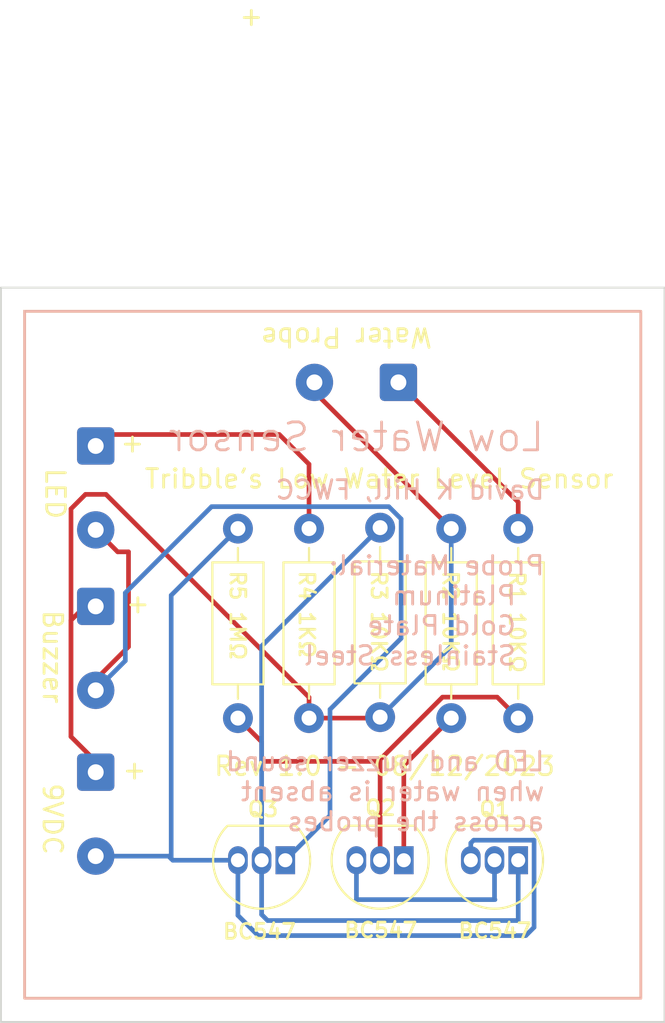
<source format=kicad_pcb>
(kicad_pcb (version 20221018) (generator pcbnew)
  (layers (0 "F.Cu" signal) (31 "B.Cu" signal) (34 "B.Paste" user) (35 "F.Paste" user) (36 "B.SilkS" user "B.Silkscreen") (37 "F.SilkS" user "F.Silkscreen") (38 "B.Mask" user) (39 "F.Mask" user) (44 "Edge.Cuts" user))
  (net 0 "")
  (net 1 "Net-(J1-Pin_1)")
  (net 2 "+9V")
  (net 3 "GNDREF")
  (net 4 "Net-(Q1-C)")
  (net 5 "Net-(Q1-B)")
  (net 6 "Net-(Q2-C)")
  (net 7 "Net-(Q2-B)")
  (net 8 "Net-(J3-Pin_2)")
  (net 9 "Net-(J4-Pin_1)")
  (footprint "Resistor_THT:R_Axial_DIN0207_L6.3mm_D2.5mm_P10.16mm_Horizontal" (layer "F.Cu") (at 156.21 108.118582 90)
    (fp_text reference "R3" hide)
    (fp_text value "10K")
    (fp_line (start 1.04 0) (end 1.81 0) (stroke (width 0.12)) (layer "F.SilkS"))
    (fp_line (start 1.81 -1.37) (end 1.81 1.37) (stroke (width 0.12)) (layer "F.SilkS"))
    (fp_line (start 1.81 1.37) (end 8.35 1.37) (stroke (width 0.12)) (layer "F.SilkS"))
    (fp_line (start 8.35 -1.37) (end 1.81 -1.37) (stroke (width 0.12)) (layer "F.SilkS"))
    (fp_line (start 8.35 1.37) (end 8.35 -1.37) (stroke (width 0.12)) (layer "F.SilkS"))
    (fp_line (start 9.12 0) (end 8.35 0) (stroke (width 0.12)) (layer "F.SilkS"))
    (pad "1" thru_hole circle (at 0 0 90) (size 1.6 1.6) (drill 0.8) (layers "*.Cu" "*.Mask") (net 2 "+9V"))
    (pad "2" thru_hole oval (at 10.16 0 90) (size 1.6 1.6) (drill 0.8) (layers "*.Cu" "*.Mask") (net 4 "Net-(Q1-C)"))
  )
  (footprint "Resistor_THT:R_Axial_DIN0207_L6.3mm_D2.5mm_P10.16mm_Horizontal" (layer "F.Cu") (at 163.61 98.01 -90)
    (fp_text reference "R1" hide)
    (fp_text value "10K")
    (fp_line (start 1.04 0) (end 1.81 0) (stroke (width 0.12)) (layer "F.SilkS"))
    (fp_line (start 1.81 -1.37) (end 1.81 1.37) (stroke (width 0.12)) (layer "F.SilkS"))
    (fp_line (start 1.81 1.37) (end 8.35 1.37) (stroke (width 0.12)) (layer "F.SilkS"))
    (fp_line (start 8.35 -1.37) (end 1.81 -1.37) (stroke (width 0.12)) (layer "F.SilkS"))
    (fp_line (start 8.35 1.37) (end 8.35 -1.37) (stroke (width 0.12)) (layer "F.SilkS"))
    (fp_line (start 9.12 0) (end 8.35 0) (stroke (width 0.12)) (layer "F.SilkS"))
    (pad "1" thru_hole circle (at 0 0 270) (size 1.6 1.6) (drill 0.8) (layers "*.Cu" "*.Mask") (net 1 "Net-(J1-Pin_1)"))
    (pad "2" thru_hole oval (at 10.16 0 270) (size 1.6 1.6) (drill 0.8) (layers "*.Cu" "*.Mask") (net 7 "Net-(Q2-B)"))
  )
  (footprint "MountingHole:MountingHole_2.5mm" (layer "F.Cu") (at 139.7 88.9)
    (fp_text reference "H1" hide)
    (fp_text value "MountingHole" hide)
    (pad "" np_thru_hole circle (at 0 0) (size 2.5 2.5) (drill 2.5) (layers "*.Cu" "*.Mask"))
  )
  (footprint "Connector_Wire:SolderWire-0.25sqmm_1x02_P4.5mm_D0.65mm_OD2mm" (layer "F.Cu") (at 140.97 102.18 -90)
    (fp_text reference "J3" hide)
    (fp_text value "Buzzer" hide)
    (pad "1" thru_hole roundrect (at 0 0 270) (size 2 2) (drill 0.85) (layers "*.Cu" "*.Mask") (roundrect_rratio 0.125) (net 2 "+9V"))
    (pad "2" thru_hole circle (at 4.5 0 270) (size 2 2) (drill 0.85) (layers "*.Cu" "*.Mask") (net 8 "Net-(J3-Pin_2)"))
  )
  (footprint "Package_TO_SOT_THT:TO-92_Inline" (layer "F.Cu") (at 163.61 115.79 180)
    (fp_text reference "Q1" hide)
    (fp_text value "BC547" hide)
    (fp_line (start -0.53 1.85) (end 3.07 1.85) (stroke (width 0.12)) (layer "F.SilkS"))
    (fp_arc (start -0.568478 1.838478) (mid -1.132087 -0.994977) (end 1.27 -2.6) (stroke (width 0.12)) (layer "F.SilkS"))
    (fp_arc (start 1.27 -2.6) (mid 3.672087 -0.994977) (end 3.108478 1.838478) (stroke (width 0.12)) (layer "F.SilkS"))
    (pad "1" thru_hole rect (at 0 0 180) (size 1.05 1.5) (drill 0.75) (layers "*.Cu" "*.Mask") (net 4 "Net-(Q1-C)"))
    (pad "2" thru_hole oval (at 1.27 0 180) (size 1.05 1.5) (drill 0.75) (layers "*.Cu" "*.Mask") (net 5 "Net-(Q1-B)"))
    (pad "3" thru_hole oval (at 2.54 0 180) (size 1.05 1.5) (drill 0.75) (layers "*.Cu" "*.Mask") (net 3 "GNDREF"))
  )
  (footprint "Resistor_THT:R_Axial_DIN0207_L6.3mm_D2.5mm_P10.16mm_Horizontal" (layer "F.Cu") (at 160.02 98.01 -90)
    (fp_text reference "R2" hide)
    (fp_text value "10K")
    (fp_line (start 1.04 0) (end 1.81 0) (stroke (width 0.12)) (layer "F.SilkS"))
    (fp_line (start 1.81 -1.37) (end 1.81 1.37) (stroke (width 0.12)) (layer "F.SilkS"))
    (fp_line (start 1.81 1.37) (end 8.35 1.37) (stroke (width 0.12)) (layer "F.SilkS"))
    (fp_line (start 8.35 -1.37) (end 1.81 -1.37) (stroke (width 0.12)) (layer "F.SilkS"))
    (fp_line (start 8.35 1.37) (end 8.35 -1.37) (stroke (width 0.12)) (layer "F.SilkS"))
    (fp_line (start 9.12 0) (end 8.35 0) (stroke (width 0.12)) (layer "F.SilkS"))
    (pad "1" thru_hole circle (at 0 0 270) (size 1.6 1.6) (drill 0.8) (layers "*.Cu" "*.Mask") (net 2 "+9V"))
    (pad "2" thru_hole oval (at 10.16 0 270) (size 1.6 1.6) (drill 0.8) (layers "*.Cu" "*.Mask") (net 6 "Net-(Q2-C)"))
  )
  (footprint "MountingHole:MountingHole_2.5mm" (layer "F.Cu") (at 139.588015 120.65)
    (fp_text reference "H3" hide)
    (fp_text value "MountingHole" hide)
    (pad "" np_thru_hole circle (at 0 0) (size 2.5 2.5) (drill 2.5) (layers "*.Cu" "*.Mask"))
  )
  (footprint "Connector_Wire:SolderWire-0.25sqmm_1x02_P4.5mm_D0.65mm_OD2mm" (layer "F.Cu") (at 157.19 90.17 180)
    (fp_text reference "J1" hide)
    (fp_text value "Water Probes" hide)
    (pad "1" thru_hole roundrect (at 0 0 180) (size 2 2) (drill 0.85) (layers "*.Cu" "*.Mask") (roundrect_rratio 0.125) (net 1 "Net-(J1-Pin_1)"))
    (pad "2" thru_hole circle (at 4.5 0 180) (size 2 2) (drill 0.85) (layers "*.Cu" "*.Mask") (net 2 "+9V"))
  )
  (footprint "Connector_Wire:SolderWire-0.25sqmm_1x02_P4.5mm_D0.65mm_OD2mm" (layer "F.Cu") (at 140.97 93.58 -90)
    (fp_text reference "J4" hide)
    (fp_text value "LED")
    (pad "1" thru_hole roundrect (at 0 0 270) (size 2 2) (drill 0.85) (layers "*.Cu" "*.Mask") (roundrect_rratio 0.125) (net 9 "Net-(J4-Pin_1)"))
    (pad "2" thru_hole circle (at 4.5 0 270) (size 2 2) (drill 0.85) (layers "*.Cu" "*.Mask") (net 8 "Net-(J3-Pin_2)"))
  )
  (footprint "Package_TO_SOT_THT:TO-92_Inline" (layer "F.Cu") (at 157.48 115.79 180)
    (fp_text reference "Q2" hide)
    (fp_text value "BC547" hide)
    (fp_line (start -0.53 1.85) (end 3.07 1.85) (stroke (width 0.12)) (layer "F.SilkS"))
    (fp_arc (start -0.568478 1.838478) (mid -1.132087 -0.994977) (end 1.27 -2.6) (stroke (width 0.12)) (layer "F.SilkS"))
    (fp_arc (start 1.27 -2.6) (mid 3.672087 -0.994977) (end 3.108478 1.838478) (stroke (width 0.12)) (layer "F.SilkS"))
    (pad "1" thru_hole rect (at 0 0 180) (size 1.05 1.5) (drill 0.75) (layers "*.Cu" "*.Mask") (net 6 "Net-(Q2-C)"))
    (pad "2" thru_hole oval (at 1.27 0 180) (size 1.05 1.5) (drill 0.75) (layers "*.Cu" "*.Mask") (net 7 "Net-(Q2-B)"))
    (pad "3" thru_hole oval (at 2.54 0 180) (size 1.05 1.5) (drill 0.75) (layers "*.Cu" "*.Mask") (net 5 "Net-(Q1-B)"))
  )
  (footprint "MountingHole:MountingHole_2.5mm" (layer "F.Cu") (at 167.64 120.65)
    (fp_text reference "H4" hide)
    (fp_text value "MountingHole" hide)
    (pad "" np_thru_hole circle (at 0 0) (size 2.5 2.5) (drill 2.5) (layers "*.Cu" "*.Mask"))
  )
  (footprint "Package_TO_SOT_THT:TO-92_Inline" (layer "F.Cu") (at 151.13 115.79 180)
    (fp_text reference "Q3" hide)
    (fp_text value "BC547" hide)
    (fp_line (start -0.53 1.85) (end 3.07 1.85) (stroke (width 0.12)) (layer "F.SilkS"))
    (fp_arc (start -0.568478 1.838478) (mid -1.132087 -0.994977) (end 1.27 -2.6) (stroke (width 0.12)) (layer "F.SilkS"))
    (fp_arc (start 1.27 -2.6) (mid 3.672087 -0.994977) (end 3.108478 1.838478) (stroke (width 0.12)) (layer "F.SilkS"))
    (pad "1" thru_hole rect (at 0 0 180) (size 1.05 1.5) (drill 0.75) (layers "*.Cu" "*.Mask") (net 8 "Net-(J3-Pin_2)"))
    (pad "2" thru_hole oval (at 1.27 0 180) (size 1.05 1.5) (drill 0.75) (layers "*.Cu" "*.Mask") (net 4 "Net-(Q1-C)"))
    (pad "3" thru_hole oval (at 2.54 0 180) (size 1.05 1.5) (drill 0.75) (layers "*.Cu" "*.Mask") (net 3 "GNDREF"))
  )
  (footprint "Resistor_THT:R_Axial_DIN0207_L6.3mm_D2.5mm_P10.16mm_Horizontal" (layer "F.Cu") (at 148.59 108.17 90)
    (fp_text reference "R5" hide)
    (fp_text value "1M")
    (fp_line (start 1.04 0) (end 1.81 0) (stroke (width 0.12)) (layer "F.SilkS"))
    (fp_line (start 1.81 -1.37) (end 1.81 1.37) (stroke (width 0.12)) (layer "F.SilkS"))
    (fp_line (start 1.81 1.37) (end 8.35 1.37) (stroke (width 0.12)) (layer "F.SilkS"))
    (fp_line (start 8.35 -1.37) (end 1.81 -1.37) (stroke (width 0.12)) (layer "F.SilkS"))
    (fp_line (start 8.35 1.37) (end 8.35 -1.37) (stroke (width 0.12)) (layer "F.SilkS"))
    (fp_line (start 9.12 0) (end 8.35 0) (stroke (width 0.12)) (layer "F.SilkS"))
    (pad "1" thru_hole circle (at 0 0 90) (size 1.6 1.6) (drill 0.8) (layers "*.Cu" "*.Mask") (net 7 "Net-(Q2-B)"))
    (pad "2" thru_hole oval (at 10.16 0 90) (size 1.6 1.6) (drill 0.8) (layers "*.Cu" "*.Mask") (net 3 "GNDREF"))
  )
  (footprint "Connector_Wire:SolderWire-0.25sqmm_1x02_P4.5mm_D0.65mm_OD2mm" (layer "F.Cu") (at 140.97 111.07 -90)
    (fp_text reference "J2" hide)
    (fp_text value "Battery 9VDC" hide)
    (pad "1" thru_hole roundrect (at 0 0 270) (size 2 2) (drill 0.85) (layers "*.Cu" "*.Mask") (roundrect_rratio 0.125) (net 2 "+9V"))
    (pad "2" thru_hole circle (at 4.5 0 270) (size 2 2) (drill 0.85) (layers "*.Cu" "*.Mask") (net 3 "GNDREF"))
  )
  (footprint "MountingHole:MountingHole_2.5mm" (layer "F.Cu") (at 167.64 88.9)
    (fp_text reference "H2" hide)
    (fp_text value "MountingHole" hide)
    (pad "" np_thru_hole circle (at 0 0) (size 2.5 2.5) (drill 2.5) (layers "*.Cu" "*.Mask"))
  )
  (footprint "Resistor_THT:R_Axial_DIN0207_L6.3mm_D2.5mm_P10.16mm_Horizontal" (layer "F.Cu") (at 152.4 108.17 90)
    (fp_text reference "R4" hide)
    (fp_text value "1K")
    (fp_line (start 1.04 0) (end 1.81 0) (stroke (width 0.12)) (layer "F.SilkS"))
    (fp_line (start 1.81 -1.37) (end 1.81 1.37) (stroke (width 0.12)) (layer "F.SilkS"))
    (fp_line (start 1.81 1.37) (end 8.35 1.37) (stroke (width 0.12)) (layer "F.SilkS"))
    (fp_line (start 8.35 -1.37) (end 1.81 -1.37) (stroke (width 0.12)) (layer "F.SilkS"))
    (fp_line (start 8.35 1.37) (end 8.35 -1.37) (stroke (width 0.12)) (layer "F.SilkS"))
    (fp_line (start 9.12 0) (end 8.35 0) (stroke (width 0.12)) (layer "F.SilkS"))
    (pad "1" thru_hole circle (at 0 0 90) (size 1.6 1.6) (drill 0.8) (layers "*.Cu" "*.Mask") (net 2 "+9V"))
    (pad "2" thru_hole oval (at 10.16 0 90) (size 1.6 1.6) (drill 0.8) (layers "*.Cu" "*.Mask") (net 9 "Net-(J4-Pin_1)"))
  )
  (gr_rect (start 137.16 86.36) (end 170.18 123.19) (stroke (width 0.15)) (fill none) (layer "B.SilkS"))
  (gr_rect (start 137.16 86.36) (end 170.18 123.19) (stroke (width 0.15)) (fill none) (layer "F.SilkS"))
  (gr_rect (start 135.89 85.09) (end 171.45 124.46) (stroke (width 0.1)) (fill none) (layer "Edge.Cuts"))
  (gr_text "Probe Material: \n  Platinum\n  Gold Plate\n  Stainless Steel\n" (at 165.1 105.41) (layer "B.SilkS") (effects (font (size 1 1)) (justify left bottom mirror)))
  (gr_text "LED and buzzer sound \nwhen water is absent \nacross the probes" (at 165.1 114.3) (layer "B.SilkS") (effects (font (size 1 1)) (justify left bottom mirror)))
  (gr_text "Low Water Sensor" (at 165.1 93.98) (layer "B.SilkS") (effects (font (size 1.5 1.5)) (justify left bottom mirror)))
  (gr_text "David K Hill, FWCC" (at 165.1 96.52) (layer "B.SilkS") (effects (font (size 1 1)) (justify left bottom mirror)))
  (gr_text "LED" (at 138.21321 94.677542 -90) (layer "F.SilkS") (effects (font (size 1 1)) (justify left bottom)))
  (gr_text "Tribble's Low Water Level Sensor" (at 143.51 95.925321) (layer "F.SilkS") (effects (font (size 1 1)) (justify left bottom)))
  (gr_text "BC547" (at 147.70494 120.079679) (layer "F.SilkS") (effects (font (size 0.8 0.8)) (justify left bottom)))
  (gr_text "Rev 1.0 - 08/12/2023" (at 147.232257 111.331842) (layer "F.SilkS") (effects (font (size 1 1)) (justify left bottom)))
  (gr_text "R2 10KΩ" (at 159.513646 100.185787 270) (layer "F.SilkS") (effects (font (size 0.8 0.8)) (justify left bottom)))
  (gr_text "R4 1KΩ" (at 151.810625 100.185787 270) (layer "F.SilkS") (effects (font (size 0.8 0.8)) (justify left bottom)))
  (gr_text "+" (at 148.59 71.12) (layer "F.SilkS") (effects (font (size 1 1)) (justify left bottom)))
  (gr_text "Q3" (at 149.037274 113.521773) (layer "F.SilkS") (effects (font (size 0.8 0.8)) (justify left bottom)))
  (gr_text "+" (at 142.330489 111.523094) (layer "F.SilkS") (effects (font (size 1 1)) (justify left bottom)))
  (gr_text "R5 1MΩ" (at 148.106906 100.185787 270) (layer "F.SilkS") (effects (font (size 0.8 0.8)) (justify left bottom)))
  (gr_text "+" (at 142.511468 102.609864) (layer "F.SilkS") (effects (font (size 1 1)) (justify left bottom)))
  (gr_text "9VDC" (at 138.071186 111.575875 270) (layer "F.SilkS") (effects (font (size 1 1)) (justify left bottom)))
  (gr_text "Water Probe" (at 159.072748 87.162601 180) (layer "F.SilkS") (effects (font (size 1 1)) (justify left bottom)))
  (gr_text "+" (at 142.219914 93.992579) (layer "F.SilkS") (effects (font (size 1 1)) (justify left bottom)))
  (gr_text "Buzzer" (at 138.071186 102.291637 -90) (layer "F.SilkS") (effects (font (size 1 1)) (justify left bottom)))
  (gr_text "BC547" (at 160.321113 120.045114) (layer "F.SilkS") (effects (font (size 0.8 0.8)) (justify left bottom)))
  (gr_text "R1 10KΩ" (at 163.080071 100.221214 270) (layer "F.SilkS") (effects (font (size 0.8 0.8)) (justify left bottom)))
  (gr_text "Q1" (at 161.446058 113.521773) (layer "F.SilkS") (effects (font (size 0.8 0.8)) (justify left bottom)))
  (gr_text "BC547" (at 154.203133 120.010549) (layer "F.SilkS") (effects (font (size 0.8 0.8)) (justify left bottom)))
  (gr_text "R3 10KΩ" (at 155.675376 100.185787 270) (layer "F.SilkS") (effects (font (size 0.8 0.8)) (justify left bottom)))
  (gr_text "Q2" (at 155.328079 113.452643) (layer "F.SilkS") (effects (font (size 0.8 0.8)) (justify left bottom)))
  (segment (start 163.61 98.01) (end 163.61 96.59) (width 0.25) (layer "F.Cu") (net 1))
  (segment (start 163.61 96.59) (end 157.19 90.17) (width 0.25) (layer "F.Cu") (net 1))
  (segment (start 139.645 96.951167) (end 140.421167 96.175) (width 0.25) (layer "F.Cu") (net 2))
  (segment (start 152.4 108.17) (end 156.158582 108.17) (width 0.25) (layer "F.Cu") (net 2))
  (segment (start 152.4 107.056167) (end 152.4 108.17) (width 0.25) (layer "F.Cu") (net 2))
  (segment (start 152.69 90.68) (end 152.69 90.17) (width 0.25) (layer "F.Cu") (net 2))
  (segment (start 139.645 102.925) (end 139.645 109.165) (width 0.25) (layer "F.Cu") (net 2))
  (segment (start 141.518833 96.175) (end 152.4 107.056167) (width 0.25) (layer "F.Cu") (net 2))
  (segment (start 156.158582 108.17) (end 156.21 108.118582) (width 0.25) (layer "F.Cu") (net 2))
  (segment (start 140.421167 96.175) (end 141.518833 96.175) (width 0.25) (layer "F.Cu") (net 2))
  (segment (start 160.02 98.01) (end 152.69 90.68) (width 0.25) (layer "F.Cu") (net 2))
  (segment (start 139.645 109.165) (end 139.645 96.951167) (width 0.25) (layer "F.Cu") (net 2))
  (segment (start 140.97 110.49) (end 139.645 109.165) (width 0.25) (layer "F.Cu") (net 2))
  (segment (start 140.97 101.6) (end 139.645 102.925) (width 0.25) (layer "F.Cu") (net 2))
  (segment (start 160.02 104.308582) (end 156.21 108.118582) (width 0.25) (layer "B.Cu") (net 2))
  (segment (start 160.02 104.308582) (end 160.02 98.01) (width 0.25) (layer "B.Cu") (net 2))
  (segment (start 164.46 114.715) (end 164.46 119.386396) (width 0.25) (layer "B.Cu") (net 3))
  (segment (start 145.099594 115.79) (end 148.59 115.79) (width 0.25) (layer "B.Cu") (net 3))
  (segment (start 145.01309 115.703496) (end 145.099594 115.79) (width 0.25) (layer "B.Cu") (net 3))
  (segment (start 144.874278 115.57) (end 145.010432 115.706154) (width 0.25) (layer "B.Cu") (net 3))
  (segment (start 164.016396 119.83) (end 149.673604 119.83) (width 0.25) (layer "B.Cu") (net 3))
  (segment (start 161.07 114.868185) (end 161.07 115.79) (width 0.25) (layer "B.Cu") (net 3))
  (segment (start 145.01309 115.703496) (end 145.010432 115.706154) (width 0.25) (layer "B.Cu") (net 3))
  (segment (start 164.46 114.715) (end 161.223185 114.715) (width 0.25) (layer "B.Cu") (net 3))
  (segment (start 145.01309 101.58691) (end 145.01309 115.703496) (width 0.25) (layer "B.Cu") (net 3))
  (segment (start 148.59 118.746396) (end 148.59 115.79) (width 0.25) (layer "B.Cu") (net 3))
  (segment (start 140.97 115.57) (end 144.874278 115.57) (width 0.25) (layer "B.Cu") (net 3))
  (segment (start 164.46 119.386396) (end 164.016396 119.83) (width 0.25) (layer "B.Cu") (net 3))
  (segment (start 148.59 98.01) (end 145.01309 101.58691) (width 0.25) (layer "B.Cu") (net 3))
  (segment (start 149.673604 119.83) (end 148.59 118.746396) (width 0.25) (layer "B.Cu") (net 3))
  (segment (start 161.223185 114.715) (end 161.07 114.868185) (width 0.25) (layer "B.Cu") (net 3))
  (segment (start 149.86 118.702237) (end 150.180989 119.023226) (width 0.25) (layer "B.Cu") (net 4))
  (segment (start 163.61 119.013488) (end 163.61 115.79) (width 0.25) (layer "B.Cu") (net 4))
  (segment (start 149.86 115.79) (end 149.86 118.702237) (width 0.25) (layer "B.Cu") (net 4))
  (segment (start 150.180989 119.023226) (end 163.600262 119.023226) (width 0.25) (layer "B.Cu") (net 4))
  (segment (start 149.86 104.308582) (end 156.21 97.958582) (width 0.25) (layer "B.Cu") (net 4))
  (segment (start 149.86 115.79) (end 149.86 104.308582) (width 0.25) (layer "B.Cu") (net 4))
  (segment (start 163.600262 119.023226) (end 163.61 119.013488) (width 0.25) (layer "B.Cu") (net 4))
  (segment (start 162.360917 117.901255) (end 162.34 117.880338) (width 0.25) (layer "B.Cu") (net 5))
  (segment (start 162.34 117.880338) (end 162.34 115.79) (width 0.25) (layer "B.Cu") (net 5))
  (segment (start 154.935586 117.901255) (end 162.360917 117.901255) (width 0.25) (layer "B.Cu") (net 5))
  (segment (start 154.94 115.79) (end 154.94 117.896841) (width 0.25) (layer "B.Cu") (net 5))
  (segment (start 154.94 117.896841) (end 154.935586 117.901255) (width 0.25) (layer "B.Cu") (net 5))
  (segment (start 157.48 115.79) (end 157.48 110.71) (width 0.25) (layer "F.Cu") (net 6))
  (segment (start 157.48 110.71) (end 160.02 108.17) (width 0.25) (layer "F.Cu") (net 6))
  (segment (start 149.86 110.49) (end 156.21 110.49) (width 0.25) (layer "F.Cu") (net 7))
  (segment (start 162.485 107.045) (end 163.61 108.17) (width 0.25) (layer "F.Cu") (net 7))
  (segment (start 148.59 108.17) (end 149.86 109.44) (width 0.25) (layer "F.Cu") (net 7))
  (segment (start 156.21 110.49) (end 156.21 110.389009) (width 0.25) (layer "F.Cu") (net 7))
  (segment (start 159.554009 107.045) (end 162.485 107.045) (width 0.25) (layer "F.Cu") (net 7))
  (segment (start 156.21 115.79) (end 156.21 110.49) (width 0.25) (layer "F.Cu") (net 7))
  (segment (start 156.21 110.389009) (end 159.554009 107.045) (width 0.25) (layer "F.Cu") (net 7))
  (segment (start 149.86 109.44) (end 149.86 110.49) (width 0.25) (layer "F.Cu") (net 7))
  (segment (start 142.726179 104.343821) (end 140.97 106.1) (width 0.25) (layer "F.Cu") (net 8))
  (segment (start 142.146179 99.256179) (end 140.97 98.08) (width 0.25) (layer "F.Cu") (net 8))
  (segment (start 142.726179 99.256179) (end 142.146179 99.256179) (width 0.25) (layer "F.Cu") (net 8))
  (segment (start 142.726179 99.256179) (end 142.726179 104.343821) (width 0.25) (layer "F.Cu") (net 8))
  (segment (start 157.335 97.492591) (end 156.675991 96.833582) (width 0.25) (layer "B.Cu") (net 8))
  (segment (start 142.555 101.455431) (end 142.555 105.095) (width 0.25) (layer "B.Cu") (net 8))
  (segment (start 153.525 113.395) (end 151.13 115.79) (width 0.25) (layer "B.Cu") (net 8))
  (segment (start 153.525 107.704009) (end 153.525 113.395) (width 0.25) (layer "B.Cu") (net 8))
  (segment (start 153.525 107.704009) (end 157.335 103.894009) (width 0.25) (layer "B.Cu") (net 8))
  (segment (start 156.675991 96.833582) (end 147.176849 96.833582) (width 0.25) (layer "B.Cu") (net 8))
  (segment (start 147.176849 96.833582) (end 142.555 101.455431) (width 0.25) (layer "B.Cu") (net 8))
  (segment (start 157.335 103.894009) (end 157.335 97.492591) (width 0.25) (layer "B.Cu") (net 8))
  (segment (start 142.555 105.095) (end 140.97 106.68) (width 0.25) (layer "B.Cu") (net 8))
  (segment (start 150.807025 92.965321) (end 141.004679 92.965321) (width 0.25) (layer "F.Cu") (net 9))
  (segment (start 152.4 94.558296) (end 150.807025 92.965321) (width 0.25) (layer "F.Cu") (net 9))
  (segment (start 141.004679 92.965321) (end 140.97 93) (width 0.25) (layer "F.Cu") (net 9))
  (segment (start 152.4 98.01) (end 152.4 94.558296) (width 0.25) (layer "F.Cu") (net 9))
)
</source>
